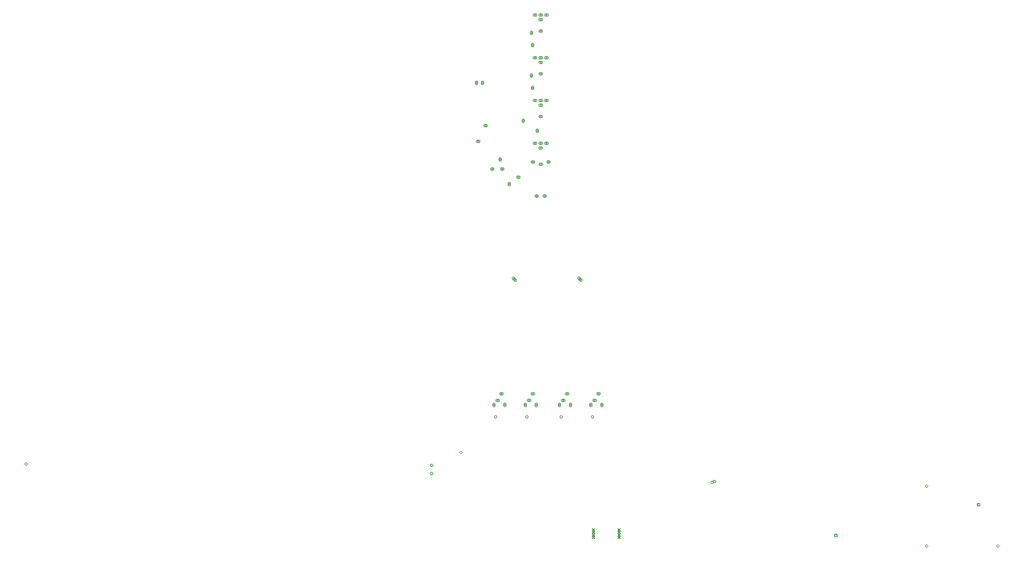
<source format=gbr>
%TF.GenerationSoftware,Altium Limited,Altium Designer,22.5.1 (42)*%
G04 Layer_Color=2752767*
%FSLAX26Y26*%
%MOIN*%
%TF.SameCoordinates,79F18A81-A5BF-4171-AD75-6FA3A7A6B408*%
%TF.FilePolarity,Positive*%
%TF.FileFunction,Drawing*%
%TF.Part,Single*%
G01*
G75*
%TA.AperFunction,NonConductor*%
%ADD174C,0.005000*%
%ADD175C,0.006667*%
%ADD176C,0.004000*%
D174*
X6948504Y4855315D02*
X6968504Y4875315D01*
X6988504Y4855315D01*
X6968504Y4835315D01*
X6948504Y4855315D01*
X9133543Y3696535D02*
X9143543Y3716535D01*
X9133543Y3736535D01*
X9153543Y3726535D01*
X9173543Y3736535D01*
X9163543Y3716535D01*
X9173543Y3696535D01*
X9153543Y3706535D01*
X9133543Y3696535D01*
X9141543Y3704535D02*
X9147543Y3716535D01*
X9141543Y3728535D01*
X9153543Y3722535D01*
X9165543Y3728535D01*
X9159543Y3716535D01*
X9165543Y3704535D01*
X9153543Y3710535D01*
X9141543Y3704535D01*
X8779213Y3696535D02*
X8789213Y3716535D01*
X8779213Y3736535D01*
X8799213Y3726535D01*
X8819213Y3736535D01*
X8809213Y3716535D01*
X8819213Y3696535D01*
X8799213Y3706535D01*
X8779213Y3696535D01*
X8787213Y3704535D02*
X8793213Y3716535D01*
X8787213Y3728535D01*
X8799213Y3722535D01*
X8811213Y3728535D01*
X8805213Y3716535D01*
X8811213Y3704535D01*
X8799213Y3710535D01*
X8787213Y3704535D01*
X9133543Y3767402D02*
X9143543Y3787402D01*
X9133543Y3807402D01*
X9153543Y3797402D01*
X9173543Y3807402D01*
X9163543Y3787402D01*
X9173543Y3767402D01*
X9153543Y3777402D01*
X9133543Y3767402D01*
X9141543Y3775402D02*
X9147543Y3787402D01*
X9141543Y3799402D01*
X9153543Y3793402D01*
X9165543Y3799402D01*
X9159543Y3787402D01*
X9165543Y3775402D01*
X9153543Y3781402D01*
X9141543Y3775402D01*
X9133543Y3663071D02*
X9143543Y3683071D01*
X9133543Y3703071D01*
X9153543Y3693071D01*
X9173543Y3703071D01*
X9163543Y3683071D01*
X9173543Y3663071D01*
X9153543Y3673071D01*
X9133543Y3663071D01*
X9141543Y3671071D02*
X9147543Y3683071D01*
X9141543Y3695071D01*
X9153543Y3689071D01*
X9165543Y3695071D01*
X9159543Y3683071D01*
X9165543Y3671071D01*
X9153543Y3677071D01*
X9141543Y3671071D01*
X9133543Y3733937D02*
X9143543Y3753937D01*
X9133543Y3773937D01*
X9153543Y3763937D01*
X9173543Y3773937D01*
X9163543Y3753937D01*
X9173543Y3733937D01*
X9153543Y3743937D01*
X9133543Y3733937D01*
X9141543Y3741937D02*
X9147543Y3753937D01*
X9141543Y3765937D01*
X9153543Y3759937D01*
X9165543Y3765937D01*
X9159543Y3753937D01*
X9165543Y3741937D01*
X9153543Y3747937D01*
X9141543Y3741937D01*
X8779213Y3733937D02*
X8789213Y3753937D01*
X8779213Y3773937D01*
X8799213Y3763937D01*
X8819213Y3773937D01*
X8809213Y3753937D01*
X8819213Y3733937D01*
X8799213Y3743937D01*
X8779213Y3733937D01*
X8787213Y3741937D02*
X8793213Y3753937D01*
X8787213Y3765937D01*
X8799213Y3759937D01*
X8811213Y3765937D01*
X8805213Y3753937D01*
X8811213Y3741937D01*
X8799213Y3747937D01*
X8787213Y3741937D01*
X8779213Y3663071D02*
X8789213Y3683071D01*
X8779213Y3703071D01*
X8799213Y3693071D01*
X8819213Y3703071D01*
X8809213Y3683071D01*
X8819213Y3663071D01*
X8799213Y3673071D01*
X8779213Y3663071D01*
X8787213Y3671071D02*
X8793213Y3683071D01*
X8787213Y3695071D01*
X8799213Y3689071D01*
X8811213Y3695071D01*
X8805213Y3683071D01*
X8811213Y3671071D01*
X8799213Y3677071D01*
X8787213Y3671071D01*
X8779213Y3767402D02*
X8789213Y3787402D01*
X8779213Y3807402D01*
X8799213Y3797402D01*
X8819213Y3807402D01*
X8809213Y3787402D01*
X8819213Y3767402D01*
X8799213Y3777402D01*
X8779213Y3767402D01*
X8787213Y3775402D02*
X8793213Y3787402D01*
X8787213Y3799402D01*
X8799213Y3793402D01*
X8811213Y3799402D01*
X8805213Y3787402D01*
X8811213Y3775402D01*
X8799213Y3781402D01*
X8787213Y3775402D01*
X14094173Y4113858D02*
Y4153858D01*
X14134173D01*
Y4113858D01*
X14094173D01*
X14102173Y4121858D02*
Y4145858D01*
X14126173D01*
Y4121858D01*
X14102173D01*
X14363858Y3562992D02*
X14383858Y3582992D01*
X14403858Y3562992D01*
X14383858Y3542992D01*
X14363858Y3562992D01*
X13379606Y4389763D02*
X13399606Y4409763D01*
X13419606Y4389763D01*
X13399606Y4369763D01*
X13379606Y4389763D01*
Y3562992D02*
X13399606Y3582992D01*
X13419606Y3562992D01*
X13399606Y3542992D01*
X13379606Y3562992D01*
X12125669Y3690630D02*
Y3730630D01*
X12165669D01*
Y3690630D01*
X12125669D01*
X12133669Y3698630D02*
Y3722630D01*
X12157669D01*
Y3698630D01*
X12133669D01*
D175*
X10456024Y4441929D02*
G03*
X10456024Y4441929I-20000J0D01*
G01*
X10488504Y4454646D02*
G03*
X10488504Y4454646I-20000J0D01*
G01*
X8805433Y5346457D02*
G03*
X8805433Y5346457I-20000J0D01*
G01*
X8372362D02*
G03*
X8372362Y5346457I-20000J0D01*
G01*
X7466851D02*
G03*
X7466851Y5346457I-20000J0D01*
G01*
X7899921D02*
G03*
X7899921Y5346457I-20000J0D01*
G01*
X8098740Y8836614D02*
G03*
X8098740Y8836614I-20000J0D01*
G01*
X8082992D02*
G03*
X8082992Y8836614I-20000J0D01*
G01*
X8100709Y9061811D02*
G03*
X8100709Y9061811I-20000J0D01*
G01*
X8081024D02*
G03*
X8081024Y9061811I-20000J0D01*
G01*
X8100709Y9127165D02*
G03*
X8100709Y9127165I-20000J0D01*
G01*
X8081024D02*
G03*
X8081024Y9127165I-20000J0D01*
G01*
X8043622Y8398622D02*
G03*
X8043622Y8398622I-20000J0D01*
G01*
X8027874D02*
G03*
X8027874Y8398622I-20000J0D01*
G01*
X8153858D02*
G03*
X8153858Y8398622I-20000J0D01*
G01*
X8138110D02*
G03*
X8138110Y8398622I-20000J0D01*
G01*
X7655827Y8555118D02*
G03*
X7655827Y8555118I-20000J0D01*
G01*
Y8570866D02*
G03*
X7655827Y8570866I-20000J0D01*
G01*
X7530827Y8911417D02*
G03*
X7530827Y8911417I-20000J0D01*
G01*
Y8895669D02*
G03*
X7530827Y8895669I-20000J0D01*
G01*
X7286732Y9969488D02*
G03*
X7286732Y9969488I-20000J0D01*
G01*
Y9953740D02*
G03*
X7286732Y9953740I-20000J0D01*
G01*
X7204055Y9969488D02*
G03*
X7204055Y9969488I-20000J0D01*
G01*
Y9953740D02*
G03*
X7204055Y9953740I-20000J0D01*
G01*
X8206023Y8868110D02*
G03*
X8206023Y8868110I-20000J0D01*
G01*
X8190275D02*
G03*
X8190275Y8868110I-20000J0D01*
G01*
X8021968Y9127165D02*
G03*
X8021968Y9127165I-20000J0D01*
G01*
X8002283D02*
G03*
X8002283Y9127165I-20000J0D01*
G01*
X8179449D02*
G03*
X8179449Y9127165I-20000J0D01*
G01*
X8159764D02*
G03*
X8159764Y9127165I-20000J0D01*
G01*
X7991457Y8868110D02*
G03*
X7991457Y8868110I-20000J0D01*
G01*
X7975709D02*
G03*
X7975709Y8868110I-20000J0D01*
G01*
X8042638Y9307087D02*
G03*
X8042638Y9307087I-20000J0D01*
G01*
Y9291339D02*
G03*
X8042638Y9291339I-20000J0D01*
G01*
X7849724Y9445374D02*
G03*
X7849724Y9445374I-20000J0D01*
G01*
Y9429626D02*
G03*
X7849724Y9429626I-20000J0D01*
G01*
X8159764Y9717717D02*
G03*
X8159764Y9717717I-20000J0D01*
G01*
X8179449D02*
G03*
X8179449Y9717717I-20000J0D01*
G01*
X8002283D02*
G03*
X8002283Y9717717I-20000J0D01*
G01*
X8021968D02*
G03*
X8021968Y9717717I-20000J0D01*
G01*
X8159764Y10898819D02*
G03*
X8159764Y10898819I-20000J0D01*
G01*
X8179449D02*
G03*
X8179449Y10898819I-20000J0D01*
G01*
X7977677Y10473917D02*
G03*
X7977677Y10473917I-20000J0D01*
G01*
Y10489665D02*
G03*
X7977677Y10489665I-20000J0D01*
G01*
X7962913Y10644685D02*
G03*
X7962913Y10644685I-20000J0D01*
G01*
Y10660433D02*
G03*
X7962913Y10660433I-20000J0D01*
G01*
X8002283Y10898819D02*
G03*
X8002283Y10898819I-20000J0D01*
G01*
X8021968D02*
G03*
X8021968Y10898819I-20000J0D01*
G01*
Y10308268D02*
G03*
X8021968Y10308268I-20000J0D01*
G01*
X8002283D02*
G03*
X8002283Y10308268I-20000J0D01*
G01*
X7962913Y10069882D02*
G03*
X7962913Y10069882I-20000J0D01*
G01*
Y10054134D02*
G03*
X7962913Y10054134I-20000J0D01*
G01*
X7977677Y9899114D02*
G03*
X7977677Y9899114I-20000J0D01*
G01*
Y9883366D02*
G03*
X7977677Y9883366I-20000J0D01*
G01*
X8179449Y10308268D02*
G03*
X8179449Y10308268I-20000J0D01*
G01*
X8159764D02*
G03*
X8159764Y10308268I-20000J0D01*
G01*
X7337421Y9370079D02*
G03*
X7337421Y9370079I-20000J0D01*
G01*
X7321673D02*
G03*
X7321673Y9370079I-20000J0D01*
G01*
X7234075Y9153543D02*
G03*
X7234075Y9153543I-20000J0D01*
G01*
X7218327D02*
G03*
X7218327Y9153543I-20000J0D01*
G01*
X8082992Y9496063D02*
G03*
X8082992Y9496063I-20000J0D01*
G01*
X8098740D02*
G03*
X8098740Y9496063I-20000J0D01*
G01*
X8082992Y10086614D02*
G03*
X8082992Y10086614I-20000J0D01*
G01*
X8098740D02*
G03*
X8098740Y10086614I-20000J0D01*
G01*
Y10677165D02*
G03*
X8098740Y10677165I-20000J0D01*
G01*
X8082992D02*
G03*
X8082992Y10677165I-20000J0D01*
G01*
X985551Y4695866D02*
G03*
X985551Y4695866I-20000J0D01*
G01*
X8081024Y9717717D02*
G03*
X8081024Y9717717I-20000J0D01*
G01*
X8100709D02*
G03*
X8100709Y9717717I-20000J0D01*
G01*
X8081024Y9652362D02*
G03*
X8081024Y9652362I-20000J0D01*
G01*
X8100709D02*
G03*
X8100709Y9652362I-20000J0D01*
G01*
X8081024Y10308268D02*
G03*
X8081024Y10308268I-20000J0D01*
G01*
X8100709D02*
G03*
X8100709Y10308268I-20000J0D01*
G01*
X8081024Y10242913D02*
G03*
X8081024Y10242913I-20000J0D01*
G01*
X8100709D02*
G03*
X8100709Y10242913I-20000J0D01*
G01*
X7551496Y8771654D02*
G03*
X7551496Y8771654I-20000J0D01*
G01*
X7567244D02*
G03*
X7567244Y8771654I-20000J0D01*
G01*
X7429449Y8770669D02*
G03*
X7429449Y8770669I-20000J0D01*
G01*
X7413701D02*
G03*
X7413701Y8770669I-20000J0D01*
G01*
X8100709Y10833465D02*
G03*
X8100709Y10833465I-20000J0D01*
G01*
X8081024D02*
G03*
X8081024Y10833465I-20000J0D01*
G01*
X8100709Y10898819D02*
G03*
X8100709Y10898819I-20000J0D01*
G01*
X8081024D02*
G03*
X8081024Y10898819I-20000J0D01*
G01*
X7790177Y8658465D02*
G03*
X7790177Y8658465I-20000J0D01*
G01*
X7774429D02*
G03*
X7774429Y8658465I-20000J0D01*
G01*
X8646264Y7233972D02*
G03*
X8646264Y7233972I-20000J0D01*
G01*
X8632345Y7247891D02*
G03*
X8632345Y7247891I-20000J0D01*
G01*
X8618425Y7261811D02*
G03*
X8618425Y7261811I-20000J0D01*
G01*
X7740752Y7233972D02*
G03*
X7740752Y7233972I-20000J0D01*
G01*
X7726833Y7247891D02*
G03*
X7726833Y7247891I-20000J0D01*
G01*
X7712913Y7261811D02*
G03*
X7712913Y7261811I-20000J0D01*
G01*
X6585945Y4677165D02*
G03*
X6585945Y4677165I-20000J0D01*
G01*
Y4564961D02*
G03*
X6585945Y4564961I-20000J0D01*
G01*
X8782795Y5502854D02*
G03*
X8782795Y5502854I-20000J0D01*
G01*
Y5520768D02*
G03*
X8782795Y5520768I-20000J0D01*
G01*
X8934370D02*
G03*
X8934370Y5520768I-20000J0D01*
G01*
Y5502854D02*
G03*
X8934370Y5502854I-20000J0D01*
G01*
X8349724D02*
G03*
X8349724Y5502854I-20000J0D01*
G01*
Y5520768D02*
G03*
X8349724Y5520768I-20000J0D01*
G01*
X8501299D02*
G03*
X8501299Y5520768I-20000J0D01*
G01*
Y5502854D02*
G03*
X8501299Y5502854I-20000J0D01*
G01*
X7877283D02*
G03*
X7877283Y5502854I-20000J0D01*
G01*
Y5520768D02*
G03*
X7877283Y5520768I-20000J0D01*
G01*
X8028858D02*
G03*
X8028858Y5520768I-20000J0D01*
G01*
Y5502854D02*
G03*
X8028858Y5502854I-20000J0D01*
G01*
X7595787D02*
G03*
X7595787Y5502854I-20000J0D01*
G01*
Y5520768D02*
G03*
X7595787Y5520768I-20000J0D01*
G01*
X7444213D02*
G03*
X7444213Y5520768I-20000J0D01*
G01*
Y5502854D02*
G03*
X7444213Y5502854I-20000J0D01*
G01*
X8826004Y5574803D02*
G03*
X8826004Y5574803I-20000J0D01*
G01*
X8843917D02*
G03*
X8843917Y5574803I-20000J0D01*
G01*
X8879154Y5666339D02*
G03*
X8879154Y5666339I-20000J0D01*
G01*
X8897067D02*
G03*
X8897067Y5666339I-20000J0D01*
G01*
X8392933Y5574803D02*
G03*
X8392933Y5574803I-20000J0D01*
G01*
X8410846D02*
G03*
X8410846Y5574803I-20000J0D01*
G01*
X8446083Y5666339D02*
G03*
X8446083Y5666339I-20000J0D01*
G01*
X8463996D02*
G03*
X8463996Y5666339I-20000J0D01*
G01*
X7920492Y5574803D02*
G03*
X7920492Y5574803I-20000J0D01*
G01*
X7938405D02*
G03*
X7938405Y5574803I-20000J0D01*
G01*
X7973642Y5666339D02*
G03*
X7973642Y5666339I-20000J0D01*
G01*
X7991555D02*
G03*
X7991555Y5666339I-20000J0D01*
G01*
X7558484D02*
G03*
X7558484Y5666339I-20000J0D01*
G01*
X7540571D02*
G03*
X7540571Y5666339I-20000J0D01*
G01*
X7505335Y5574803D02*
G03*
X7505335Y5574803I-20000J0D01*
G01*
X7487421D02*
G03*
X7487421Y5574803I-20000J0D01*
G01*
D176*
X10448024Y4441929D02*
G03*
X10448024Y4441929I-12000J0D01*
G01*
X10480504Y4454646D02*
G03*
X10480504Y4454646I-12000J0D01*
G01*
X8797433Y5346457D02*
G03*
X8797433Y5346457I-12000J0D01*
G01*
X8364362D02*
G03*
X8364362Y5346457I-12000J0D01*
G01*
X7458851D02*
G03*
X7458851Y5346457I-12000J0D01*
G01*
X7891921D02*
G03*
X7891921Y5346457I-12000J0D01*
G01*
X8090740Y8836614D02*
G03*
X8090740Y8836614I-12000J0D01*
G01*
X8074992D02*
G03*
X8074992Y8836614I-12000J0D01*
G01*
X8092709Y9061811D02*
G03*
X8092709Y9061811I-12000J0D01*
G01*
X8073024D02*
G03*
X8073024Y9061811I-12000J0D01*
G01*
X8092709Y9127165D02*
G03*
X8092709Y9127165I-12000J0D01*
G01*
X8073024D02*
G03*
X8073024Y9127165I-12000J0D01*
G01*
X8035622Y8398622D02*
G03*
X8035622Y8398622I-12000J0D01*
G01*
X8019874D02*
G03*
X8019874Y8398622I-12000J0D01*
G01*
X8145858D02*
G03*
X8145858Y8398622I-12000J0D01*
G01*
X8130110D02*
G03*
X8130110Y8398622I-12000J0D01*
G01*
X7647827Y8555118D02*
G03*
X7647827Y8555118I-12000J0D01*
G01*
Y8570866D02*
G03*
X7647827Y8570866I-12000J0D01*
G01*
X7522827Y8911417D02*
G03*
X7522827Y8911417I-12000J0D01*
G01*
Y8895669D02*
G03*
X7522827Y8895669I-12000J0D01*
G01*
X7278732Y9969488D02*
G03*
X7278732Y9969488I-12000J0D01*
G01*
Y9953740D02*
G03*
X7278732Y9953740I-12000J0D01*
G01*
X7196055Y9969488D02*
G03*
X7196055Y9969488I-12000J0D01*
G01*
Y9953740D02*
G03*
X7196055Y9953740I-12000J0D01*
G01*
X8198023Y8868110D02*
G03*
X8198023Y8868110I-12000J0D01*
G01*
X8182275D02*
G03*
X8182275Y8868110I-12000J0D01*
G01*
X8013968Y9127165D02*
G03*
X8013968Y9127165I-12000J0D01*
G01*
X7994283D02*
G03*
X7994283Y9127165I-12000J0D01*
G01*
X8171449D02*
G03*
X8171449Y9127165I-12000J0D01*
G01*
X8151764D02*
G03*
X8151764Y9127165I-12000J0D01*
G01*
X7983457Y8868110D02*
G03*
X7983457Y8868110I-12000J0D01*
G01*
X7967709D02*
G03*
X7967709Y8868110I-12000J0D01*
G01*
X8034638Y9307087D02*
G03*
X8034638Y9307087I-12000J0D01*
G01*
Y9291339D02*
G03*
X8034638Y9291339I-12000J0D01*
G01*
X7841724Y9445374D02*
G03*
X7841724Y9445374I-12000J0D01*
G01*
Y9429626D02*
G03*
X7841724Y9429626I-12000J0D01*
G01*
X8151764Y9717717D02*
G03*
X8151764Y9717717I-12000J0D01*
G01*
X8171449D02*
G03*
X8171449Y9717717I-12000J0D01*
G01*
X7994283D02*
G03*
X7994283Y9717717I-12000J0D01*
G01*
X8013968D02*
G03*
X8013968Y9717717I-12000J0D01*
G01*
X8151764Y10898819D02*
G03*
X8151764Y10898819I-12000J0D01*
G01*
X8171449D02*
G03*
X8171449Y10898819I-12000J0D01*
G01*
X7969677Y10473917D02*
G03*
X7969677Y10473917I-12000J0D01*
G01*
Y10489665D02*
G03*
X7969677Y10489665I-12000J0D01*
G01*
X7954913Y10644685D02*
G03*
X7954913Y10644685I-12000J0D01*
G01*
Y10660433D02*
G03*
X7954913Y10660433I-12000J0D01*
G01*
X7994283Y10898819D02*
G03*
X7994283Y10898819I-12000J0D01*
G01*
X8013968D02*
G03*
X8013968Y10898819I-12000J0D01*
G01*
Y10308268D02*
G03*
X8013968Y10308268I-12000J0D01*
G01*
X7994283D02*
G03*
X7994283Y10308268I-12000J0D01*
G01*
X7954913Y10069882D02*
G03*
X7954913Y10069882I-12000J0D01*
G01*
Y10054134D02*
G03*
X7954913Y10054134I-12000J0D01*
G01*
X7969677Y9899114D02*
G03*
X7969677Y9899114I-12000J0D01*
G01*
Y9883366D02*
G03*
X7969677Y9883366I-12000J0D01*
G01*
X8171449Y10308268D02*
G03*
X8171449Y10308268I-12000J0D01*
G01*
X8151764D02*
G03*
X8151764Y10308268I-12000J0D01*
G01*
X7329421Y9370079D02*
G03*
X7329421Y9370079I-12000J0D01*
G01*
X7313673D02*
G03*
X7313673Y9370079I-12000J0D01*
G01*
X7226075Y9153543D02*
G03*
X7226075Y9153543I-12000J0D01*
G01*
X7210327D02*
G03*
X7210327Y9153543I-12000J0D01*
G01*
X8074992Y9496063D02*
G03*
X8074992Y9496063I-12000J0D01*
G01*
X8090740D02*
G03*
X8090740Y9496063I-12000J0D01*
G01*
X8074992Y10086614D02*
G03*
X8074992Y10086614I-12000J0D01*
G01*
X8090740D02*
G03*
X8090740Y10086614I-12000J0D01*
G01*
Y10677165D02*
G03*
X8090740Y10677165I-12000J0D01*
G01*
X8074992D02*
G03*
X8074992Y10677165I-12000J0D01*
G01*
X977551Y4695866D02*
G03*
X977551Y4695866I-12000J0D01*
G01*
X8073024Y9717717D02*
G03*
X8073024Y9717717I-12000J0D01*
G01*
X8092709D02*
G03*
X8092709Y9717717I-12000J0D01*
G01*
X8073024Y9652362D02*
G03*
X8073024Y9652362I-12000J0D01*
G01*
X8092709D02*
G03*
X8092709Y9652362I-12000J0D01*
G01*
X8073024Y10308268D02*
G03*
X8073024Y10308268I-12000J0D01*
G01*
X8092709D02*
G03*
X8092709Y10308268I-12000J0D01*
G01*
X8073024Y10242913D02*
G03*
X8073024Y10242913I-12000J0D01*
G01*
X8092709D02*
G03*
X8092709Y10242913I-12000J0D01*
G01*
X7543496Y8771654D02*
G03*
X7543496Y8771654I-12000J0D01*
G01*
X7559244D02*
G03*
X7559244Y8771654I-12000J0D01*
G01*
X7421449Y8770669D02*
G03*
X7421449Y8770669I-12000J0D01*
G01*
X7405701D02*
G03*
X7405701Y8770669I-12000J0D01*
G01*
X8092709Y10833465D02*
G03*
X8092709Y10833465I-12000J0D01*
G01*
X8073024D02*
G03*
X8073024Y10833465I-12000J0D01*
G01*
X8092709Y10898819D02*
G03*
X8092709Y10898819I-12000J0D01*
G01*
X8073024D02*
G03*
X8073024Y10898819I-12000J0D01*
G01*
X7782177Y8658465D02*
G03*
X7782177Y8658465I-12000J0D01*
G01*
X7766429D02*
G03*
X7766429Y8658465I-12000J0D01*
G01*
X8638264Y7233972D02*
G03*
X8638264Y7233972I-12000J0D01*
G01*
X8624345Y7247891D02*
G03*
X8624345Y7247891I-12000J0D01*
G01*
X8610425Y7261811D02*
G03*
X8610425Y7261811I-12000J0D01*
G01*
X7732752Y7233972D02*
G03*
X7732752Y7233972I-12000J0D01*
G01*
X7718833Y7247891D02*
G03*
X7718833Y7247891I-12000J0D01*
G01*
X7704913Y7261811D02*
G03*
X7704913Y7261811I-12000J0D01*
G01*
X6577945Y4677165D02*
G03*
X6577945Y4677165I-12000J0D01*
G01*
Y4564961D02*
G03*
X6577945Y4564961I-12000J0D01*
G01*
X8774795Y5502854D02*
G03*
X8774795Y5502854I-12000J0D01*
G01*
Y5520768D02*
G03*
X8774795Y5520768I-12000J0D01*
G01*
X8926370D02*
G03*
X8926370Y5520768I-12000J0D01*
G01*
Y5502854D02*
G03*
X8926370Y5502854I-12000J0D01*
G01*
X8341724D02*
G03*
X8341724Y5502854I-12000J0D01*
G01*
Y5520768D02*
G03*
X8341724Y5520768I-12000J0D01*
G01*
X8493299D02*
G03*
X8493299Y5520768I-12000J0D01*
G01*
Y5502854D02*
G03*
X8493299Y5502854I-12000J0D01*
G01*
X7869283D02*
G03*
X7869283Y5502854I-12000J0D01*
G01*
Y5520768D02*
G03*
X7869283Y5520768I-12000J0D01*
G01*
X8020858D02*
G03*
X8020858Y5520768I-12000J0D01*
G01*
Y5502854D02*
G03*
X8020858Y5502854I-12000J0D01*
G01*
X7587787D02*
G03*
X7587787Y5502854I-12000J0D01*
G01*
Y5520768D02*
G03*
X7587787Y5520768I-12000J0D01*
G01*
X7436213D02*
G03*
X7436213Y5520768I-12000J0D01*
G01*
Y5502854D02*
G03*
X7436213Y5502854I-12000J0D01*
G01*
X8818004Y5574803D02*
G03*
X8818004Y5574803I-12000J0D01*
G01*
X8835917D02*
G03*
X8835917Y5574803I-12000J0D01*
G01*
X8871154Y5666339D02*
G03*
X8871154Y5666339I-12000J0D01*
G01*
X8889067D02*
G03*
X8889067Y5666339I-12000J0D01*
G01*
X8384933Y5574803D02*
G03*
X8384933Y5574803I-12000J0D01*
G01*
X8402846D02*
G03*
X8402846Y5574803I-12000J0D01*
G01*
X8438083Y5666339D02*
G03*
X8438083Y5666339I-12000J0D01*
G01*
X8455996D02*
G03*
X8455996Y5666339I-12000J0D01*
G01*
X7912492Y5574803D02*
G03*
X7912492Y5574803I-12000J0D01*
G01*
X7930405D02*
G03*
X7930405Y5574803I-12000J0D01*
G01*
X7965642Y5666339D02*
G03*
X7965642Y5666339I-12000J0D01*
G01*
X7983555D02*
G03*
X7983555Y5666339I-12000J0D01*
G01*
X7550484D02*
G03*
X7550484Y5666339I-12000J0D01*
G01*
X7532571D02*
G03*
X7532571Y5666339I-12000J0D01*
G01*
X7497335Y5574803D02*
G03*
X7497335Y5574803I-12000J0D01*
G01*
X7479421D02*
G03*
X7479421Y5574803I-12000J0D01*
G01*
%TF.MD5,cdd4d6e14b4dab8aa45f28f617a60549*%
M02*

</source>
